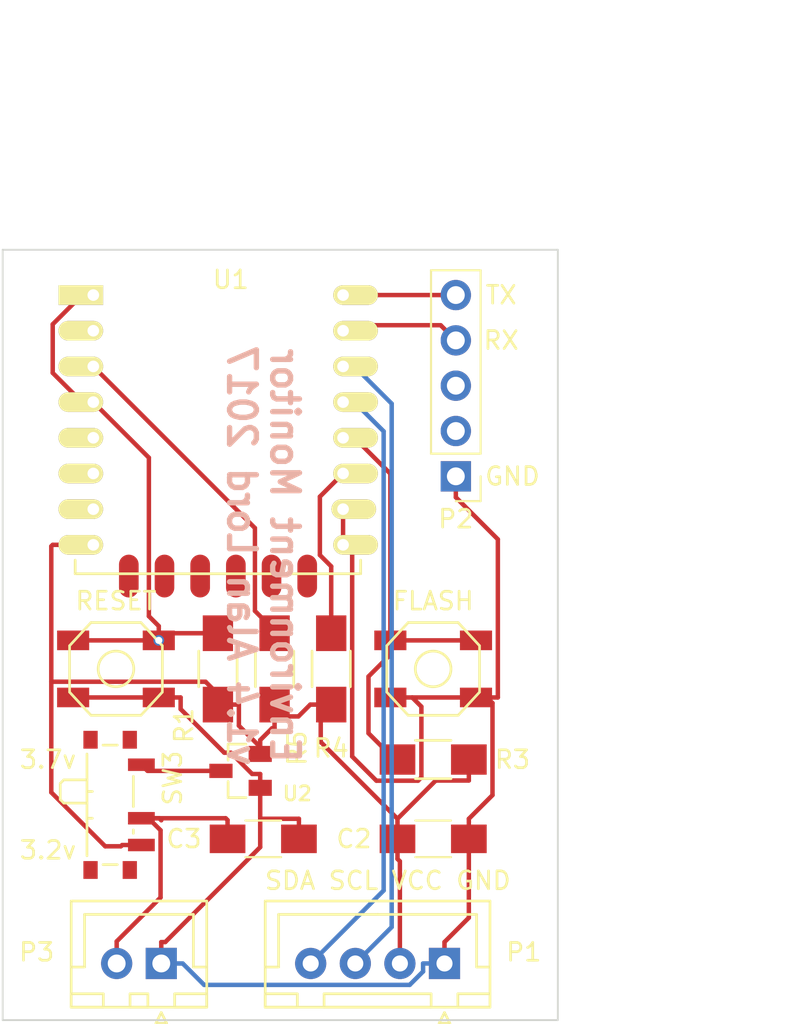
<source format=kicad_pcb>
(kicad_pcb (version 20171130) (host pcbnew "(5.1.12)-1")

  (general
    (thickness 1.6)
    (drawings 13)
    (tracks 133)
    (zones 0)
    (modules 14)
    (nets 13)
  )

  (page A4)
  (title_block
    (title "Environment Monitor")
    (date 2017-02-20)
    (rev V1.4)
    (company "Solderpad Hardware License version 0.51")
    (comment 1 "Contact: alanslists@gmail.com")
    (comment 2 "Author: Alan Lord")
  )

  (layers
    (0 F.Cu signal)
    (31 B.Cu signal)
    (32 B.Adhes user)
    (33 F.Adhes user)
    (34 B.Paste user)
    (35 F.Paste user)
    (36 B.SilkS user)
    (37 F.SilkS user)
    (38 B.Mask user)
    (39 F.Mask user)
    (40 Dwgs.User user)
    (41 Cmts.User user)
    (42 Eco1.User user)
    (43 Eco2.User user)
    (44 Edge.Cuts user)
    (45 Margin user)
    (46 B.CrtYd user)
    (47 F.CrtYd user)
    (48 B.Fab user)
    (49 F.Fab user)
  )

  (setup
    (last_trace_width 0.25)
    (trace_clearance 0.2)
    (zone_clearance 0.508)
    (zone_45_only yes)
    (trace_min 0.2)
    (via_size 0.6)
    (via_drill 0.4)
    (via_min_size 0.4)
    (via_min_drill 0.3)
    (uvia_size 0.3)
    (uvia_drill 0.1)
    (uvias_allowed no)
    (uvia_min_size 0.2)
    (uvia_min_drill 0.1)
    (edge_width 0.1)
    (segment_width 0.2)
    (pcb_text_width 0.3)
    (pcb_text_size 1.5 1.5)
    (mod_edge_width 0.15)
    (mod_text_size 1 1)
    (mod_text_width 0.15)
    (pad_size 1.5 1.5)
    (pad_drill 0.6)
    (pad_to_mask_clearance 0)
    (aux_axis_origin 0 0)
    (visible_elements 7FFFFFFF)
    (pcbplotparams
      (layerselection 0x00030_80000001)
      (usegerberextensions false)
      (usegerberattributes true)
      (usegerberadvancedattributes true)
      (creategerberjobfile true)
      (excludeedgelayer true)
      (linewidth 0.100000)
      (plotframeref false)
      (viasonmask false)
      (mode 1)
      (useauxorigin false)
      (hpglpennumber 1)
      (hpglpenspeed 20)
      (hpglpendiameter 15.000000)
      (psnegative false)
      (psa4output false)
      (plotreference true)
      (plotvalue true)
      (plotinvisibletext false)
      (padsonsilk false)
      (subtractmaskfromsilk false)
      (outputformat 1)
      (mirror false)
      (drillshape 1)
      (scaleselection 1)
      (outputdirectory ""))
  )

  (net 0 "")
  (net 1 GND)
  (net 2 VCC)
  (net 3 "Net-(C3-Pad1)")
  (net 4 /SCL)
  (net 5 /SDA)
  (net 6 /RXD)
  (net 7 /TXD)
  (net 8 "Net-(R1-Pad2)")
  (net 9 /FLASH)
  (net 10 "Net-(R4-Pad2)")
  (net 11 /CH_EN)
  (net 12 "Net-(SW3-Pad1)")

  (net_class Default "This is the default net class."
    (clearance 0.2)
    (trace_width 0.25)
    (via_dia 0.6)
    (via_drill 0.4)
    (uvia_dia 0.3)
    (uvia_drill 0.1)
    (add_net /CH_EN)
    (add_net /FLASH)
    (add_net /RXD)
    (add_net /SCL)
    (add_net /SDA)
    (add_net /TXD)
    (add_net GND)
    (add_net "Net-(C3-Pad1)")
    (add_net "Net-(R1-Pad2)")
    (add_net "Net-(R4-Pad2)")
    (add_net "Net-(SW3-Pad1)")
    (add_net VCC)
  )

  (module ESP8266:ESP-12E (layer F.Cu) (tedit 559F8D21) (tstamp 58838675)
    (at 123.19 76.2)
    (descr "Module, ESP-8266, ESP-12, 16 pad, SMD")
    (tags "Module ESP-8266 ESP8266")
    (path /5846AA2E)
    (fp_text reference U1 (at 7.7089 -0.8636) (layer F.SilkS)
      (effects (font (size 1 1) (thickness 0.15)))
    )
    (fp_text value ESP-12F (at 8 1) (layer F.Fab)
      (effects (font (size 1 1) (thickness 0.15)))
    )
    (fp_line (start -1.008 -8.4) (end 14.992 -8.4) (layer F.Fab) (width 0.05))
    (fp_line (start -1.008 15.6) (end -1.008 -8.4) (layer F.Fab) (width 0.05))
    (fp_line (start 14.992 15.6) (end -1.008 15.6) (layer F.Fab) (width 0.05))
    (fp_line (start 15 -8.4) (end 15 15.6) (layer F.Fab) (width 0.05))
    (fp_line (start -1.008 -2.6) (end 14.992 -2.6) (layer F.CrtYd) (width 0.1524))
    (fp_line (start -1.008 -8.4) (end 14.992 -2.6) (layer F.CrtYd) (width 0.1524))
    (fp_line (start 14.992 -8.4) (end -1.008 -2.6) (layer F.CrtYd) (width 0.1524))
    (fp_line (start 14.986 15.621) (end 14.986 14.859) (layer F.SilkS) (width 0.1524))
    (fp_line (start -1.016 15.621) (end 14.986 15.621) (layer F.SilkS) (width 0.1524))
    (fp_line (start -1.016 14.859) (end -1.016 15.621) (layer F.SilkS) (width 0.1524))
    (fp_line (start -1.016 -8.382) (end -1.016 -1.016) (layer F.CrtYd) (width 0.1524))
    (fp_line (start 14.986 -8.382) (end 14.986 -0.889) (layer F.CrtYd) (width 0.1524))
    (fp_line (start -1.016 -8.382) (end 14.986 -8.382) (layer F.CrtYd) (width 0.1524))
    (fp_line (start -2.25 16) (end -2.25 -0.5) (layer F.CrtYd) (width 0.05))
    (fp_line (start 16.25 16) (end -2.25 16) (layer F.CrtYd) (width 0.05))
    (fp_line (start 16.25 -8.75) (end 16.25 16) (layer F.CrtYd) (width 0.05))
    (fp_line (start 15.25 -8.75) (end 16.25 -8.75) (layer F.CrtYd) (width 0.05))
    (fp_line (start -2.25 -8.75) (end 15.25 -8.75) (layer F.CrtYd) (width 0.05))
    (fp_line (start -2.25 -0.5) (end -2.25 -8.75) (layer F.CrtYd) (width 0.05))
    (fp_text user "No Copper" (at 6.892 -5.4) (layer F.CrtYd)
      (effects (font (size 1 1) (thickness 0.15)))
    )
    (pad 1 thru_hole rect (at 0 0) (size 2.5 1.1) (drill 0.65 (offset -0.7 0)) (layers *.Cu *.Mask F.SilkS)
      (net 8 "Net-(R1-Pad2)"))
    (pad 2 thru_hole oval (at 0 2) (size 2.5 1.1) (drill 0.65 (offset -0.7 0)) (layers *.Cu *.Mask F.SilkS))
    (pad 3 thru_hole oval (at 0 4) (size 2.5 1.1) (drill 0.65 (offset -0.7 0)) (layers *.Cu *.Mask F.SilkS)
      (net 11 /CH_EN))
    (pad 4 thru_hole oval (at 0 6) (size 2.5 1.1) (drill 0.65 (offset -0.7 0)) (layers *.Cu *.Mask F.SilkS)
      (net 8 "Net-(R1-Pad2)"))
    (pad 5 thru_hole oval (at 0 8) (size 2.5 1.1) (drill 0.65 (offset -0.7 0)) (layers *.Cu *.Mask F.SilkS))
    (pad 6 thru_hole oval (at 0 10) (size 2.5 1.1) (drill 0.65 (offset -0.7 0)) (layers *.Cu *.Mask F.SilkS))
    (pad 7 thru_hole oval (at 0 12) (size 2.5 1.1) (drill 0.65 (offset -0.7 0)) (layers *.Cu *.Mask F.SilkS))
    (pad 8 thru_hole oval (at 0 14) (size 2.5 1.1) (drill 0.65 (offset -0.7 0)) (layers *.Cu *.Mask F.SilkS)
      (net 2 VCC))
    (pad 9 smd oval (at 1.99 15.75 90) (size 2.4 1.1) (layers F.Cu F.Paste F.Mask))
    (pad 10 smd oval (at 3.99 15.75 90) (size 2.4 1.1) (layers F.Cu F.Paste F.Mask))
    (pad 11 smd oval (at 5.99 15.75 90) (size 2.4 1.1) (layers F.Cu F.Paste F.Mask))
    (pad 12 smd oval (at 7.99 15.75 90) (size 2.4 1.1) (layers F.Cu F.Paste F.Mask))
    (pad 13 smd oval (at 9.99 15.75 90) (size 2.4 1.1) (layers F.Cu F.Paste F.Mask))
    (pad 14 smd oval (at 11.99 15.75 90) (size 2.4 1.1) (layers F.Cu F.Paste F.Mask))
    (pad 15 thru_hole oval (at 14 14) (size 2.5 1.1) (drill 0.65 (offset 0.7 0)) (layers *.Cu *.Mask F.SilkS)
      (net 1 GND))
    (pad 16 thru_hole oval (at 14 12) (size 2.5 1.1) (drill 0.65 (offset 0.6 0)) (layers *.Cu *.Mask F.SilkS)
      (net 1 GND))
    (pad 17 thru_hole oval (at 14 10) (size 2.5 1.1) (drill 0.65 (offset 0.7 0)) (layers *.Cu *.Mask F.SilkS)
      (net 10 "Net-(R4-Pad2)"))
    (pad 18 thru_hole oval (at 14 8) (size 2.5 1.1) (drill 0.65 (offset 0.7 0)) (layers *.Cu *.Mask F.SilkS)
      (net 9 /FLASH))
    (pad 19 thru_hole oval (at 14 6) (size 2.5 1.1) (drill 0.65 (offset 0.7 0)) (layers *.Cu *.Mask F.SilkS)
      (net 5 /SDA))
    (pad 20 thru_hole oval (at 14 4) (size 2.5 1.1) (drill 0.65 (offset 0.7 0)) (layers *.Cu *.Mask F.SilkS)
      (net 4 /SCL))
    (pad 21 thru_hole oval (at 14 2) (size 2.5 1.1) (drill 0.65 (offset 0.7 0)) (layers *.Cu *.Mask F.SilkS)
      (net 6 /RXD))
    (pad 22 thru_hole oval (at 14 0) (size 2.5 1.1) (drill 0.65 (offset 0.7 0)) (layers *.Cu *.Mask F.SilkS)
      (net 7 /TXD))
    (model ${ESPLIB}/ESP8266.3dshapes/ESP-12.wrl
      (offset (xyz 1.015999984741211 0 0))
      (scale (xyz 0.3937 0.3937 0.3937))
      (rotate (xyz 0 0 0))
    )
  )

  (module Capacitors_SMD:C_1206_HandSoldering (layer F.Cu) (tedit 58A9A9ED) (tstamp 58838615)
    (at 142.24 106.68)
    (descr "Capacitor SMD 1206, hand soldering")
    (tags "capacitor 1206")
    (path /5846BBC9)
    (attr smd)
    (fp_text reference C2 (at -4.445 0) (layer F.SilkS)
      (effects (font (size 1 1) (thickness 0.15)))
    )
    (fp_text value 10uF (at 0 2.3) (layer F.Fab) hide
      (effects (font (size 1 1) (thickness 0.15)))
    )
    (fp_line (start -1 1.025) (end 1 1.025) (layer F.SilkS) (width 0.12))
    (fp_line (start 1 -1.025) (end -1 -1.025) (layer F.SilkS) (width 0.12))
    (fp_line (start 3.3 -1.15) (end 3.3 1.15) (layer F.CrtYd) (width 0.05))
    (fp_line (start -3.3 -1.15) (end -3.3 1.15) (layer F.CrtYd) (width 0.05))
    (fp_line (start -3.3 1.15) (end 3.3 1.15) (layer F.CrtYd) (width 0.05))
    (fp_line (start -3.3 -1.15) (end 3.3 -1.15) (layer F.CrtYd) (width 0.05))
    (fp_line (start -1.6 -0.8) (end 1.6 -0.8) (layer F.Fab) (width 0.1))
    (fp_line (start 1.6 -0.8) (end 1.6 0.8) (layer F.Fab) (width 0.1))
    (fp_line (start 1.6 0.8) (end -1.6 0.8) (layer F.Fab) (width 0.1))
    (fp_line (start -1.6 0.8) (end -1.6 -0.8) (layer F.Fab) (width 0.1))
    (pad 1 smd rect (at -2 0) (size 2 1.6) (layers F.Cu F.Paste F.Mask)
      (net 2 VCC))
    (pad 2 smd rect (at 2 0) (size 2 1.6) (layers F.Cu F.Paste F.Mask)
      (net 1 GND))
    (model Capacitors_SMD.3dshapes/C_1206_HandSoldering.wrl
      (at (xyz 0 0 0))
      (scale (xyz 1 1 1))
      (rotate (xyz 0 0 0))
    )
  )

  (module Capacitors_SMD:C_1206_HandSoldering (layer F.Cu) (tedit 58A9A9E5) (tstamp 5883861B)
    (at 132.715 106.68)
    (descr "Capacitor SMD 1206, hand soldering")
    (tags "capacitor 1206")
    (path /5883AF7C)
    (attr smd)
    (fp_text reference C3 (at -4.445 0) (layer F.SilkS)
      (effects (font (size 1 1) (thickness 0.15)))
    )
    (fp_text value 1uF (at 0 2.3) (layer F.Fab) hide
      (effects (font (size 1 1) (thickness 0.15)))
    )
    (fp_line (start -1 1.025) (end 1 1.025) (layer F.SilkS) (width 0.12))
    (fp_line (start 1 -1.025) (end -1 -1.025) (layer F.SilkS) (width 0.12))
    (fp_line (start 3.3 -1.15) (end 3.3 1.15) (layer F.CrtYd) (width 0.05))
    (fp_line (start -3.3 -1.15) (end -3.3 1.15) (layer F.CrtYd) (width 0.05))
    (fp_line (start -3.3 1.15) (end 3.3 1.15) (layer F.CrtYd) (width 0.05))
    (fp_line (start -3.3 -1.15) (end 3.3 -1.15) (layer F.CrtYd) (width 0.05))
    (fp_line (start -1.6 -0.8) (end 1.6 -0.8) (layer F.Fab) (width 0.1))
    (fp_line (start 1.6 -0.8) (end 1.6 0.8) (layer F.Fab) (width 0.1))
    (fp_line (start 1.6 0.8) (end -1.6 0.8) (layer F.Fab) (width 0.1))
    (fp_line (start -1.6 0.8) (end -1.6 -0.8) (layer F.Fab) (width 0.1))
    (pad 1 smd rect (at -2 0) (size 2 1.6) (layers F.Cu F.Paste F.Mask)
      (net 3 "Net-(C3-Pad1)"))
    (pad 2 smd rect (at 2 0) (size 2 1.6) (layers F.Cu F.Paste F.Mask)
      (net 1 GND))
    (model Capacitors_SMD.3dshapes/C_1206_HandSoldering.wrl
      (at (xyz 0 0 0))
      (scale (xyz 1 1 1))
      (rotate (xyz 0 0 0))
    )
  )

  (module Connectors_JST:JST_XH_B04B-XH-A_04x2.50mm_Straight (layer F.Cu) (tedit 58A9FFBD) (tstamp 58838623)
    (at 142.875 113.665 180)
    (descr "JST XH series connector, B04B-XH-A, top entry type, through hole")
    (tags "connector jst xh tht top vertical 2.50mm")
    (path /5847C360)
    (fp_text reference P1 (at -4.445 0.635 180) (layer F.SilkS)
      (effects (font (size 1 1) (thickness 0.15)))
    )
    (fp_text value BME280 (at 3.75 4.5 180) (layer F.Fab) hide
      (effects (font (size 1 1) (thickness 0.15)))
    )
    (fp_line (start 0.3 -3.35) (end 0 -2.75) (layer F.SilkS) (width 0.15))
    (fp_line (start -0.3 -3.35) (end 0.3 -3.35) (layer F.SilkS) (width 0.15))
    (fp_line (start 0 -2.75) (end -0.3 -3.35) (layer F.SilkS) (width 0.15))
    (fp_line (start 9.3 2.75) (end 3.75 2.75) (layer F.SilkS) (width 0.15))
    (fp_line (start 9.3 -0.2) (end 9.3 2.75) (layer F.SilkS) (width 0.15))
    (fp_line (start 10.05 -0.2) (end 9.3 -0.2) (layer F.SilkS) (width 0.15))
    (fp_line (start -1.8 2.75) (end 3.75 2.75) (layer F.SilkS) (width 0.15))
    (fp_line (start -1.8 -0.2) (end -1.8 2.75) (layer F.SilkS) (width 0.15))
    (fp_line (start -2.55 -0.2) (end -1.8 -0.2) (layer F.SilkS) (width 0.15))
    (fp_line (start 10.05 -2.45) (end 8.25 -2.45) (layer F.SilkS) (width 0.15))
    (fp_line (start 10.05 -1.7) (end 10.05 -2.45) (layer F.SilkS) (width 0.15))
    (fp_line (start 8.25 -1.7) (end 10.05 -1.7) (layer F.SilkS) (width 0.15))
    (fp_line (start 8.25 -2.45) (end 8.25 -1.7) (layer F.SilkS) (width 0.15))
    (fp_line (start -0.75 -2.45) (end -2.55 -2.45) (layer F.SilkS) (width 0.15))
    (fp_line (start -0.75 -1.7) (end -0.75 -2.45) (layer F.SilkS) (width 0.15))
    (fp_line (start -2.55 -1.7) (end -0.75 -1.7) (layer F.SilkS) (width 0.15))
    (fp_line (start -2.55 -2.45) (end -2.55 -1.7) (layer F.SilkS) (width 0.15))
    (fp_line (start 6.75 -2.45) (end 0.75 -2.45) (layer F.SilkS) (width 0.15))
    (fp_line (start 6.75 -1.7) (end 6.75 -2.45) (layer F.SilkS) (width 0.15))
    (fp_line (start 0.75 -1.7) (end 6.75 -1.7) (layer F.SilkS) (width 0.15))
    (fp_line (start 0.75 -2.45) (end 0.75 -1.7) (layer F.SilkS) (width 0.15))
    (fp_line (start 10.05 -2.45) (end -2.55 -2.45) (layer F.SilkS) (width 0.15))
    (fp_line (start 10.05 3.5) (end 10.05 -2.45) (layer F.SilkS) (width 0.15))
    (fp_line (start -2.55 3.5) (end 10.05 3.5) (layer F.SilkS) (width 0.15))
    (fp_line (start -2.55 -2.45) (end -2.55 3.5) (layer F.SilkS) (width 0.15))
    (fp_line (start 10.4 -2.85) (end -2.95 -2.85) (layer F.CrtYd) (width 0.05))
    (fp_line (start 10.4 3.9) (end 10.4 -2.85) (layer F.CrtYd) (width 0.05))
    (fp_line (start -2.95 3.9) (end 10.4 3.9) (layer F.CrtYd) (width 0.05))
    (fp_line (start -2.95 -2.85) (end -2.95 3.9) (layer F.CrtYd) (width 0.05))
    (pad 1 thru_hole rect (at 0 0 180) (size 1.75 1.75) (drill 0.9) (layers *.Cu *.Mask)
      (net 1 GND))
    (pad 2 thru_hole circle (at 2.5 0 180) (size 1.75 1.75) (drill 0.9) (layers *.Cu *.Mask)
      (net 2 VCC))
    (pad 3 thru_hole circle (at 5 0 180) (size 1.75 1.75) (drill 0.9) (layers *.Cu *.Mask)
      (net 4 /SCL))
    (pad 4 thru_hole circle (at 7.5 0 180) (size 1.75 1.75) (drill 0.9) (layers *.Cu *.Mask)
      (net 5 /SDA))
    (model Connectors_JST.3dshapes/JST_XH_B04B-XH-A_04x2.50mm_Straight.wrl
      (at (xyz 0 0 0))
      (scale (xyz 1 1 1))
      (rotate (xyz 0 0 0))
    )
  )

  (module Connectors_JST:JST_XH_B02B-XH-A_02x2.50mm_Straight (layer F.Cu) (tedit 58A9FFB8) (tstamp 58838633)
    (at 127 113.665 180)
    (descr "JST XH series connector, B02B-XH-A, top entry type, through hole")
    (tags "connector jst xh tht top vertical 2.50mm")
    (path /58475CBA)
    (fp_text reference P3 (at 6.985 0.635 180) (layer F.SilkS)
      (effects (font (size 1 1) (thickness 0.15)))
    )
    (fp_text value PWR (at 1.25 4.5 180) (layer F.Fab) hide
      (effects (font (size 1 1) (thickness 0.15)))
    )
    (fp_line (start 0.3 -3.35) (end 0 -2.75) (layer F.SilkS) (width 0.15))
    (fp_line (start -0.3 -3.35) (end 0.3 -3.35) (layer F.SilkS) (width 0.15))
    (fp_line (start 0 -2.75) (end -0.3 -3.35) (layer F.SilkS) (width 0.15))
    (fp_line (start 4.3 2.75) (end 1.25 2.75) (layer F.SilkS) (width 0.15))
    (fp_line (start 4.3 -0.2) (end 4.3 2.75) (layer F.SilkS) (width 0.15))
    (fp_line (start 5.05 -0.2) (end 4.3 -0.2) (layer F.SilkS) (width 0.15))
    (fp_line (start -1.8 2.75) (end 1.25 2.75) (layer F.SilkS) (width 0.15))
    (fp_line (start -1.8 -0.2) (end -1.8 2.75) (layer F.SilkS) (width 0.15))
    (fp_line (start -2.55 -0.2) (end -1.8 -0.2) (layer F.SilkS) (width 0.15))
    (fp_line (start 5.05 -2.45) (end 3.25 -2.45) (layer F.SilkS) (width 0.15))
    (fp_line (start 5.05 -1.7) (end 5.05 -2.45) (layer F.SilkS) (width 0.15))
    (fp_line (start 3.25 -1.7) (end 5.05 -1.7) (layer F.SilkS) (width 0.15))
    (fp_line (start 3.25 -2.45) (end 3.25 -1.7) (layer F.SilkS) (width 0.15))
    (fp_line (start -0.75 -2.45) (end -2.55 -2.45) (layer F.SilkS) (width 0.15))
    (fp_line (start -0.75 -1.7) (end -0.75 -2.45) (layer F.SilkS) (width 0.15))
    (fp_line (start -2.55 -1.7) (end -0.75 -1.7) (layer F.SilkS) (width 0.15))
    (fp_line (start -2.55 -2.45) (end -2.55 -1.7) (layer F.SilkS) (width 0.15))
    (fp_line (start 1.75 -2.45) (end 0.75 -2.45) (layer F.SilkS) (width 0.15))
    (fp_line (start 1.75 -1.7) (end 1.75 -2.45) (layer F.SilkS) (width 0.15))
    (fp_line (start 0.75 -1.7) (end 1.75 -1.7) (layer F.SilkS) (width 0.15))
    (fp_line (start 0.75 -2.45) (end 0.75 -1.7) (layer F.SilkS) (width 0.15))
    (fp_line (start 5.05 -2.45) (end -2.55 -2.45) (layer F.SilkS) (width 0.15))
    (fp_line (start 5.05 3.5) (end 5.05 -2.45) (layer F.SilkS) (width 0.15))
    (fp_line (start -2.55 3.5) (end 5.05 3.5) (layer F.SilkS) (width 0.15))
    (fp_line (start -2.55 -2.45) (end -2.55 3.5) (layer F.SilkS) (width 0.15))
    (fp_line (start 5.45 -2.85) (end -2.95 -2.85) (layer F.CrtYd) (width 0.05))
    (fp_line (start 5.45 3.9) (end 5.45 -2.85) (layer F.CrtYd) (width 0.05))
    (fp_line (start -2.95 3.9) (end 5.45 3.9) (layer F.CrtYd) (width 0.05))
    (fp_line (start -2.95 -2.85) (end -2.95 3.9) (layer F.CrtYd) (width 0.05))
    (pad 1 thru_hole rect (at 0 0 180) (size 1.75 1.75) (drill 1) (layers *.Cu *.Mask)
      (net 1 GND))
    (pad 2 thru_hole circle (at 2.5 0 180) (size 1.75 1.75) (drill 1) (layers *.Cu *.Mask)
      (net 3 "Net-(C3-Pad1)"))
    (model Connectors_JST.3dshapes/JST_XH_B02B-XH-A_02x2.50mm_Straight.wrl
      (at (xyz 0 0 0))
      (scale (xyz 1 1 1))
      (rotate (xyz 0 0 0))
    )
  )

  (module Resistors_SMD:R_1206_HandSoldering (layer F.Cu) (tedit 58AB325A) (tstamp 58838639)
    (at 130.175 97.155 90)
    (descr "Resistor SMD 1206, hand soldering")
    (tags "resistor 1206")
    (path /5846BA46)
    (attr smd)
    (fp_text reference R1 (at -3.175 -1.905 90) (layer F.SilkS)
      (effects (font (size 1 1) (thickness 0.15)))
    )
    (fp_text value 4.7k (at 0 2.3 90) (layer F.Fab) hide
      (effects (font (size 1 1) (thickness 0.15)))
    )
    (fp_line (start -1 -1.075) (end 1 -1.075) (layer F.SilkS) (width 0.15))
    (fp_line (start 1 1.075) (end -1 1.075) (layer F.SilkS) (width 0.15))
    (fp_line (start 3.3 -1.2) (end 3.3 1.2) (layer F.CrtYd) (width 0.05))
    (fp_line (start -3.3 -1.2) (end -3.3 1.2) (layer F.CrtYd) (width 0.05))
    (fp_line (start -3.3 1.2) (end 3.3 1.2) (layer F.CrtYd) (width 0.05))
    (fp_line (start -3.3 -1.2) (end 3.3 -1.2) (layer F.CrtYd) (width 0.05))
    (fp_line (start -1.6 -0.8) (end 1.6 -0.8) (layer F.Fab) (width 0.1))
    (fp_line (start 1.6 -0.8) (end 1.6 0.8) (layer F.Fab) (width 0.1))
    (fp_line (start 1.6 0.8) (end -1.6 0.8) (layer F.Fab) (width 0.1))
    (fp_line (start -1.6 0.8) (end -1.6 -0.8) (layer F.Fab) (width 0.1))
    (pad 1 smd rect (at -2 0 90) (size 2 1.7) (layers F.Cu F.Paste F.Mask)
      (net 2 VCC))
    (pad 2 smd rect (at 2 0 90) (size 2 1.7) (layers F.Cu F.Paste F.Mask)
      (net 8 "Net-(R1-Pad2)"))
    (model Resistors_SMD.3dshapes/R_1206_HandSoldering.wrl
      (at (xyz 0 0 0))
      (scale (xyz 1 1 1))
      (rotate (xyz 0 0 0))
    )
  )

  (module Resistors_SMD:R_1206_HandSoldering (layer F.Cu) (tedit 58AB3224) (tstamp 58838645)
    (at 142.24 102.235 180)
    (descr "Resistor SMD 1206, hand soldering")
    (tags "resistor 1206")
    (path /5846BADA)
    (attr smd)
    (fp_text reference R3 (at -4.445 0) (layer F.SilkS)
      (effects (font (size 1 1) (thickness 0.15)))
    )
    (fp_text value 4.7k (at 0 2.3 180) (layer F.Fab) hide
      (effects (font (size 1 1) (thickness 0.15)))
    )
    (fp_line (start -1 -1.075) (end 1 -1.075) (layer F.SilkS) (width 0.15))
    (fp_line (start 1 1.075) (end -1 1.075) (layer F.SilkS) (width 0.15))
    (fp_line (start 3.3 -1.2) (end 3.3 1.2) (layer F.CrtYd) (width 0.05))
    (fp_line (start -3.3 -1.2) (end -3.3 1.2) (layer F.CrtYd) (width 0.05))
    (fp_line (start -3.3 1.2) (end 3.3 1.2) (layer F.CrtYd) (width 0.05))
    (fp_line (start -3.3 -1.2) (end 3.3 -1.2) (layer F.CrtYd) (width 0.05))
    (fp_line (start -1.6 -0.8) (end 1.6 -0.8) (layer F.Fab) (width 0.1))
    (fp_line (start 1.6 -0.8) (end 1.6 0.8) (layer F.Fab) (width 0.1))
    (fp_line (start 1.6 0.8) (end -1.6 0.8) (layer F.Fab) (width 0.1))
    (fp_line (start -1.6 0.8) (end -1.6 -0.8) (layer F.Fab) (width 0.1))
    (pad 1 smd rect (at -2 0 180) (size 2 1.7) (layers F.Cu F.Paste F.Mask)
      (net 2 VCC))
    (pad 2 smd rect (at 2 0 180) (size 2 1.7) (layers F.Cu F.Paste F.Mask)
      (net 9 /FLASH))
    (model Resistors_SMD.3dshapes/R_1206_HandSoldering.wrl
      (at (xyz 0 0 0))
      (scale (xyz 1 1 1))
      (rotate (xyz 0 0 0))
    )
  )

  (module Resistors_SMD:R_1206_HandSoldering (layer F.Cu) (tedit 58AB3228) (tstamp 5883864B)
    (at 136.525 97.155 90)
    (descr "Resistor SMD 1206, hand soldering")
    (tags "resistor 1206")
    (path /587D4AC7)
    (attr smd)
    (fp_text reference R4 (at -4.445 0 180) (layer F.SilkS)
      (effects (font (size 1 1) (thickness 0.15)))
    )
    (fp_text value 4.7k (at 0 2.3 90) (layer F.Fab) hide
      (effects (font (size 1 1) (thickness 0.15)))
    )
    (fp_line (start -1 -1.075) (end 1 -1.075) (layer F.SilkS) (width 0.15))
    (fp_line (start 1 1.075) (end -1 1.075) (layer F.SilkS) (width 0.15))
    (fp_line (start 3.3 -1.2) (end 3.3 1.2) (layer F.CrtYd) (width 0.05))
    (fp_line (start -3.3 -1.2) (end -3.3 1.2) (layer F.CrtYd) (width 0.05))
    (fp_line (start -3.3 1.2) (end 3.3 1.2) (layer F.CrtYd) (width 0.05))
    (fp_line (start -3.3 -1.2) (end 3.3 -1.2) (layer F.CrtYd) (width 0.05))
    (fp_line (start -1.6 -0.8) (end 1.6 -0.8) (layer F.Fab) (width 0.1))
    (fp_line (start 1.6 -0.8) (end 1.6 0.8) (layer F.Fab) (width 0.1))
    (fp_line (start 1.6 0.8) (end -1.6 0.8) (layer F.Fab) (width 0.1))
    (fp_line (start -1.6 0.8) (end -1.6 -0.8) (layer F.Fab) (width 0.1))
    (pad 1 smd rect (at -2 0 90) (size 2 1.7) (layers F.Cu F.Paste F.Mask)
      (net 2 VCC))
    (pad 2 smd rect (at 2 0 90) (size 2 1.7) (layers F.Cu F.Paste F.Mask)
      (net 10 "Net-(R4-Pad2)"))
    (model Resistors_SMD.3dshapes/R_1206_HandSoldering.wrl
      (at (xyz 0 0 0))
      (scale (xyz 1 1 1))
      (rotate (xyz 0 0 0))
    )
  )

  (module switches:SKQGAFE010_Switch (layer F.Cu) (tedit 58AB2C21) (tstamp 58838653)
    (at 124.46 97.155 180)
    (descr "SKQGAFE010 SMD Mount Tactile Switch")
    (path /584BD18E)
    (attr smd)
    (fp_text reference SW1 (at 0 3.81 180) (layer F.SilkS) hide
      (effects (font (size 1 1) (thickness 0.15)))
    )
    (fp_text value RESET (at 0 3.81 180) (layer F.SilkS)
      (effects (font (size 1 1) (thickness 0.15)))
    )
    (fp_circle (center 0 0) (end 1 0) (layer F.SilkS) (width 0.15))
    (fp_line (start 1.4 2.6) (end -1.4 2.6) (layer F.SilkS) (width 0.15))
    (fp_line (start 1.4 -2.6) (end -1.4 -2.6) (layer F.SilkS) (width 0.15))
    (fp_line (start 2.6 1.3) (end 2.6 -1.3) (layer F.SilkS) (width 0.15))
    (fp_line (start -2.6 1.3) (end -2.6 -1.3) (layer F.SilkS) (width 0.15))
    (fp_line (start -1.4 -2.6) (end -2.6 -1.3) (layer F.SilkS) (width 0.15))
    (fp_line (start 2.6 1.3) (end 1.4 2.6) (layer F.SilkS) (width 0.15))
    (fp_line (start 1.4 -2.6) (end 2.6 -1.3) (layer F.SilkS) (width 0.15))
    (fp_line (start -2.6 1.3) (end -1.4 2.6) (layer F.SilkS) (width 0.15))
    (pad 3 smd rect (at -2.4 1.6 180) (size 1.8 1.1) (layers F.Cu F.Paste F.Mask)
      (net 8 "Net-(R1-Pad2)"))
    (pad 1 smd rect (at -2.4 -1.6 180) (size 1.8 1.1) (layers F.Cu F.Paste F.Mask)
      (net 1 GND))
    (pad 2 smd rect (at 2.4 -1.6 180) (size 1.8 1.1) (layers F.Cu F.Paste F.Mask)
      (net 1 GND))
    (pad 4 smd rect (at 2.4 1.6 180) (size 1.8 1.1) (layers F.Cu F.Paste F.Mask)
      (net 8 "Net-(R1-Pad2)"))
  )

  (module switches:SKQGAFE010_Switch (layer F.Cu) (tedit 58AB2AA5) (tstamp 5883865B)
    (at 142.24 97.155)
    (descr "SKQGAFE010 SMD Mount Tactile Switch")
    (path /584BE1E9)
    (attr smd)
    (fp_text reference SW2 (at 0 3.81) (layer F.SilkS) hide
      (effects (font (size 1 1) (thickness 0.15)))
    )
    (fp_text value FLASH (at 0 -3.81) (layer F.SilkS)
      (effects (font (size 1 1) (thickness 0.15)))
    )
    (fp_circle (center 0 0) (end 1 0) (layer F.SilkS) (width 0.15))
    (fp_line (start 1.4 2.6) (end -1.4 2.6) (layer F.SilkS) (width 0.15))
    (fp_line (start 1.4 -2.6) (end -1.4 -2.6) (layer F.SilkS) (width 0.15))
    (fp_line (start 2.6 1.3) (end 2.6 -1.3) (layer F.SilkS) (width 0.15))
    (fp_line (start -2.6 1.3) (end -2.6 -1.3) (layer F.SilkS) (width 0.15))
    (fp_line (start -1.4 -2.6) (end -2.6 -1.3) (layer F.SilkS) (width 0.15))
    (fp_line (start 2.6 1.3) (end 1.4 2.6) (layer F.SilkS) (width 0.15))
    (fp_line (start 1.4 -2.6) (end 2.6 -1.3) (layer F.SilkS) (width 0.15))
    (fp_line (start -2.6 1.3) (end -1.4 2.6) (layer F.SilkS) (width 0.15))
    (pad 3 smd rect (at -2.4 1.6) (size 1.8 1.1) (layers F.Cu F.Paste F.Mask)
      (net 1 GND))
    (pad 1 smd rect (at -2.4 -1.6) (size 1.8 1.1) (layers F.Cu F.Paste F.Mask)
      (net 9 /FLASH))
    (pad 2 smd rect (at 2.4 -1.6) (size 1.8 1.1) (layers F.Cu F.Paste F.Mask)
      (net 9 /FLASH))
    (pad 4 smd rect (at 2.4 1.6) (size 1.8 1.1) (layers F.Cu F.Paste F.Mask)
      (net 1 GND))
  )

  (module smd-semi:SOT-23 (layer F.Cu) (tedit 58AB3251) (tstamp 5883867C)
    (at 131.445 102.87 180)
    (path /586AB742)
    (attr smd)
    (fp_text reference U2 (at -3.175 -1.27 180) (layer F.SilkS)
      (effects (font (size 0.8 0.8) (thickness 0.15)))
    )
    (fp_text value MCP1700T (at 0 0 180) (layer F.Fab) hide
      (effects (font (size 0.8 0.8) (thickness 0.15)))
    )
    (fp_line (start -0.7 1.5) (end -0.7 -1.5) (layer F.Fab) (width 0.15))
    (fp_line (start 0.7 1.5) (end -0.7 1.5) (layer F.Fab) (width 0.15))
    (fp_line (start 0.7 -1.5) (end 0.7 1.5) (layer F.Fab) (width 0.15))
    (fp_line (start -0.7 -1.5) (end 0.7 -1.5) (layer F.Fab) (width 0.15))
    (fp_line (start 0.7 -1.5) (end 0.7 -0.6) (layer F.SilkS) (width 0.15))
    (fp_line (start -0.3 -1.5) (end 0.7 -1.5) (layer F.SilkS) (width 0.15))
    (fp_line (start 0.7 1.5) (end -0.3 1.5) (layer F.SilkS) (width 0.15))
    (fp_line (start 0.7 0.6) (end 0.7 1.5) (layer F.SilkS) (width 0.15))
    (fp_line (start -2 1.75) (end -2 -1.75) (layer F.CrtYd) (width 0.15))
    (fp_line (start 2 1.75) (end -2 1.75) (layer F.CrtYd) (width 0.15))
    (fp_line (start 2 -1.75) (end 2 1.75) (layer F.CrtYd) (width 0.15))
    (fp_line (start -2 -1.75) (end 2 -1.75) (layer F.CrtYd) (width 0.15))
    (pad 1 smd rect (at -1.1 -0.95 180) (size 1.3 0.9) (layers F.Cu F.Paste F.Mask)
      (net 1 GND))
    (pad 2 smd rect (at -1.1 0.95 180) (size 1.3 0.9) (layers F.Cu F.Paste F.Mask)
      (net 2 VCC))
    (pad 3 smd rect (at 1.1 0 180) (size 1.3 0.8) (layers F.Cu F.Paste F.Mask)
      (net 12 "Net-(SW3-Pad1)"))
    (model smd_trans/sot23.wrl
      (at (xyz 0 0 0))
      (scale (xyz 1 1 1))
      (rotate (xyz 0 0 90))
    )
  )

  (module Resistors_SMD:R_1206_HandSoldering (layer F.Cu) (tedit 58AB324C) (tstamp 58A9A8F7)
    (at 133.35 97.155 90)
    (descr "Resistor SMD 1206, hand soldering")
    (tags "resistor 1206")
    (path /58A9C056)
    (attr smd)
    (fp_text reference R5 (at -4.445 1.27 90) (layer F.SilkS)
      (effects (font (size 1 1) (thickness 0.15)))
    )
    (fp_text value 4.7k (at 0 2.3 90) (layer F.Fab) hide
      (effects (font (size 1 1) (thickness 0.15)))
    )
    (fp_line (start -1 -1.075) (end 1 -1.075) (layer F.SilkS) (width 0.15))
    (fp_line (start 1 1.075) (end -1 1.075) (layer F.SilkS) (width 0.15))
    (fp_line (start 3.3 -1.2) (end 3.3 1.2) (layer F.CrtYd) (width 0.05))
    (fp_line (start -3.3 -1.2) (end -3.3 1.2) (layer F.CrtYd) (width 0.05))
    (fp_line (start -3.3 1.2) (end 3.3 1.2) (layer F.CrtYd) (width 0.05))
    (fp_line (start -3.3 -1.2) (end 3.3 -1.2) (layer F.CrtYd) (width 0.05))
    (fp_line (start -1.6 -0.8) (end 1.6 -0.8) (layer F.Fab) (width 0.1))
    (fp_line (start 1.6 -0.8) (end 1.6 0.8) (layer F.Fab) (width 0.1))
    (fp_line (start 1.6 0.8) (end -1.6 0.8) (layer F.Fab) (width 0.1))
    (fp_line (start -1.6 0.8) (end -1.6 -0.8) (layer F.Fab) (width 0.1))
    (pad 1 smd rect (at -2 0 90) (size 2 1.7) (layers F.Cu F.Paste F.Mask)
      (net 2 VCC))
    (pad 2 smd rect (at 2 0 90) (size 2 1.7) (layers F.Cu F.Paste F.Mask)
      (net 11 /CH_EN))
    (model Resistors_SMD.3dshapes/R_1206_HandSoldering.wrl
      (at (xyz 0 0 0))
      (scale (xyz 1 1 1))
      (rotate (xyz 0 0 0))
    )
  )

  (module switches:SW_SPDT_PCM12 (layer F.Cu) (tedit 58A9F962) (tstamp 58A9A904)
    (at 124.46 104.775 270)
    (descr "Ultraminiature Surface Mount Slide Switch")
    (path /58A9F6E0)
    (attr smd)
    (fp_text reference SW3 (at -1.5 -3.175 270) (layer F.SilkS)
      (effects (font (size 1 1) (thickness 0.15)))
    )
    (fp_text value Switch_SPDT_x2 (at 0 4.25 270) (layer F.Fab) hide
      (effects (font (size 1 1) (thickness 0.15)))
    )
    (fp_line (start 3.35 0.725) (end 3.35 -0.075) (layer F.SilkS) (width 0.15))
    (fp_line (start -3.35 -0.075) (end -3.35 0.725) (layer F.SilkS) (width 0.15))
    (fp_line (start -1.6 -0.975) (end 0.1 -0.975) (layer F.SilkS) (width 0.15))
    (fp_line (start -2.85 1.625) (end 2.85 1.625) (layer F.SilkS) (width 0.15))
    (fp_line (start -0.1 2.925) (end -0.1 1.625) (layer F.SilkS) (width 0.15))
    (fp_line (start -1.2 3.125) (end -0.3 3.125) (layer F.SilkS) (width 0.15))
    (fp_line (start -1.4 1.625) (end -1.4 2.925) (layer F.SilkS) (width 0.15))
    (fp_line (start -0.1 2.925) (end -0.3 3.125) (layer F.SilkS) (width 0.15))
    (fp_line (start -1.4 2.925) (end -1.2 3.125) (layer F.SilkS) (width 0.15))
    (fp_line (start -4.4 2.1) (end -4.4 -2.45) (layer F.CrtYd) (width 0.05))
    (fp_line (start -1.65 2.1) (end -4.4 2.1) (layer F.CrtYd) (width 0.05))
    (fp_line (start -1.65 3.4) (end -1.65 2.1) (layer F.CrtYd) (width 0.05))
    (fp_line (start 1.65 3.4) (end -1.65 3.4) (layer F.CrtYd) (width 0.05))
    (fp_line (start 1.65 2.1) (end 1.65 3.4) (layer F.CrtYd) (width 0.05))
    (fp_line (start 4.4 2.1) (end 1.65 2.1) (layer F.CrtYd) (width 0.05))
    (fp_line (start 4.4 -2.45) (end 4.4 2.1) (layer F.CrtYd) (width 0.05))
    (fp_line (start -4.4 -2.45) (end 4.4 -2.45) (layer F.CrtYd) (width 0.05))
    (fp_line (start 1.4 -0.975) (end 1.6 -0.975) (layer F.SilkS) (width 0.15))
    (fp_line (start -0.75 1.325) (end -0.75 1.625) (layer F.SilkS) (width 0.15))
    (fp_line (start 0.75 1.325) (end 0.75 1.625) (layer F.SilkS) (width 0.15))
    (pad "" np_thru_hole circle (at -1.5 0.325 270) (size 0.9 0.9) (drill 0.9) (layers *.Cu *.Mask))
    (pad "" np_thru_hole circle (at 1.5 0.325 270) (size 0.9 0.9) (drill 0.9) (layers *.Cu *.Mask))
    (pad 1 smd rect (at -2.25 -1.425 270) (size 0.7 1.5) (layers F.Cu F.Paste F.Mask)
      (net 12 "Net-(SW3-Pad1)"))
    (pad 2 smd rect (at 0.75 -1.425 270) (size 0.7 1.5) (layers F.Cu F.Paste F.Mask)
      (net 3 "Net-(C3-Pad1)"))
    (pad 3 smd rect (at 2.25 -1.425 270) (size 0.7 1.5) (layers F.Cu F.Paste F.Mask)
      (net 2 VCC))
    (pad "" smd rect (at -3.65 1.425 270) (size 1 0.8) (layers F.Cu F.Paste F.Mask))
    (pad "" smd rect (at 3.65 1.425 270) (size 1 0.8) (layers F.Cu F.Paste F.Mask))
    (pad "" smd rect (at 3.65 -0.775 270) (size 1 0.8) (layers F.Cu F.Paste F.Mask))
    (pad "" smd rect (at -3.65 -0.775 270) (size 1 0.8) (layers F.Cu F.Paste F.Mask))
  )

  (module Pin_Headers:Pin_Header_Straight_1x05_Pitch2.54mm (layer F.Cu) (tedit 58A9F7F5) (tstamp 58A9F81A)
    (at 143.51 86.36 180)
    (descr "Through hole straight pin header, 1x05, 2.54mm pitch, single row")
    (tags "Through hole pin header THT 1x05 2.54mm single row")
    (path /58AA061D)
    (fp_text reference P2 (at 0 -2.39 180) (layer F.SilkS)
      (effects (font (size 1 1) (thickness 0.15)))
    )
    (fp_text value SERIAL (at 0 12.55 180) (layer F.Fab) hide
      (effects (font (size 1 1) (thickness 0.15)))
    )
    (fp_line (start 1.6 -1.6) (end -1.6 -1.6) (layer F.CrtYd) (width 0.05))
    (fp_line (start 1.6 11.7) (end 1.6 -1.6) (layer F.CrtYd) (width 0.05))
    (fp_line (start -1.6 11.7) (end 1.6 11.7) (layer F.CrtYd) (width 0.05))
    (fp_line (start -1.6 -1.6) (end -1.6 11.7) (layer F.CrtYd) (width 0.05))
    (fp_line (start -1.39 -1.39) (end 0 -1.39) (layer F.SilkS) (width 0.12))
    (fp_line (start -1.39 0) (end -1.39 -1.39) (layer F.SilkS) (width 0.12))
    (fp_line (start 1.39 1.27) (end -1.39 1.27) (layer F.SilkS) (width 0.12))
    (fp_line (start 1.39 11.55) (end 1.39 1.27) (layer F.SilkS) (width 0.12))
    (fp_line (start -1.39 11.55) (end 1.39 11.55) (layer F.SilkS) (width 0.12))
    (fp_line (start -1.39 1.27) (end -1.39 11.55) (layer F.SilkS) (width 0.12))
    (fp_line (start 1.27 -1.27) (end -1.27 -1.27) (layer F.Fab) (width 0.1))
    (fp_line (start 1.27 11.43) (end 1.27 -1.27) (layer F.Fab) (width 0.1))
    (fp_line (start -1.27 11.43) (end 1.27 11.43) (layer F.Fab) (width 0.1))
    (fp_line (start -1.27 -1.27) (end -1.27 11.43) (layer F.Fab) (width 0.1))
    (pad 1 thru_hole rect (at 0 0 180) (size 1.7 1.7) (drill 1) (layers *.Cu *.Mask)
      (net 1 GND))
    (pad 2 thru_hole oval (at 0 2.54 180) (size 1.7 1.7) (drill 1) (layers *.Cu *.Mask))
    (pad 3 thru_hole oval (at 0 5.08 180) (size 1.7 1.7) (drill 1) (layers *.Cu *.Mask))
    (pad 4 thru_hole oval (at 0 7.62 180) (size 1.7 1.7) (drill 1) (layers *.Cu *.Mask)
      (net 6 /RXD))
    (pad 5 thru_hole oval (at 0 10.16 180) (size 1.7 1.7) (drill 1) (layers *.Cu *.Mask)
      (net 7 /TXD))
    (model Pin_Headers.3dshapes/Pin_Header_Straight_1x05_Pitch2.54mm.wrl
      (offset (xyz 0 -5.079999923706055 0))
      (scale (xyz 1 1 1))
      (rotate (xyz 0 0 90))
    )
  )

  (dimension 43.18 (width 0.3) (layer Dwgs.User)
    (gr_text "43.180 mm" (at 154.86 95.25 270) (layer Dwgs.User)
      (effects (font (size 1.5 1.5) (thickness 0.3)))
    )
    (feature1 (pts (xy 162.56 116.84) (xy 153.51 116.84)))
    (feature2 (pts (xy 162.56 73.66) (xy 153.51 73.66)))
    (crossbar (pts (xy 156.21 73.66) (xy 156.21 116.84)))
    (arrow1a (pts (xy 156.21 116.84) (xy 155.623579 115.713496)))
    (arrow1b (pts (xy 156.21 116.84) (xy 156.796421 115.713496)))
    (arrow2a (pts (xy 156.21 73.66) (xy 155.623579 74.786504)))
    (arrow2b (pts (xy 156.21 73.66) (xy 156.796421 74.786504)))
  )
  (dimension 31.115 (width 0.3) (layer Dwgs.User)
    (gr_text "31.115 mm" (at 133.6675 64.215) (layer Dwgs.User)
      (effects (font (size 1.5 1.5) (thickness 0.3)))
    )
    (feature1 (pts (xy 149.225 60.96) (xy 149.225 65.565)))
    (feature2 (pts (xy 118.11 60.96) (xy 118.11 65.565)))
    (crossbar (pts (xy 118.11 62.865) (xy 149.225 62.865)))
    (arrow1a (pts (xy 149.225 62.865) (xy 148.098496 63.451421)))
    (arrow1b (pts (xy 149.225 62.865) (xy 148.098496 62.278579)))
    (arrow2a (pts (xy 118.11 62.865) (xy 119.236504 63.451421)))
    (arrow2b (pts (xy 118.11 62.865) (xy 119.236504 62.278579)))
  )
  (gr_line (start 118.11 116.84) (end 118.11 73.66) (layer Edge.Cuts) (width 0.1))
  (gr_line (start 149.225 73.66) (end 149.225 116.84) (layer Edge.Cuts) (width 0.1))
  (gr_line (start 149.225 116.84) (end 118.11 116.84) (layer Edge.Cuts) (width 0.1))
  (gr_line (start 149.225 73.66) (end 118.11 73.66) (layer Edge.Cuts) (width 0.1))
  (gr_text "Environment Monitor\nv1.4 Alan Lord 2017" (at 132.715 90.805 270) (layer B.SilkS)
    (effects (font (size 1.5 1.5) (thickness 0.3)) (justify mirror))
  )
  (gr_text 3.2v (at 120.65 107.315) (layer F.SilkS)
    (effects (font (size 1 1) (thickness 0.15)))
  )
  (gr_text 3.7v (at 120.65 102.235) (layer F.SilkS)
    (effects (font (size 1 1) (thickness 0.15)))
  )
  (gr_text GND (at 146.685 86.36) (layer F.SilkS) (tstamp 58AA0160)
    (effects (font (size 1 1) (thickness 0.15)))
  )
  (gr_text RX (at 146.05 78.74) (layer F.SilkS)
    (effects (font (size 1 1) (thickness 0.15)))
  )
  (gr_text TX (at 146.05 76.2) (layer F.SilkS)
    (effects (font (size 1 1) (thickness 0.15)))
  )
  (gr_text "SDA SCL VCC GND" (at 139.7 109.02) (layer F.SilkS)
    (effects (font (size 1 1) (thickness 0.15)))
  )

  (segment (start 141.0651 98.755) (end 144.64 98.755) (width 0.25) (layer F.Cu) (net 1))
  (segment (start 139.84 98.755) (end 141.0651 98.755) (width 0.25) (layer F.Cu) (net 1))
  (segment (start 137.19 90.2) (end 137.7002 90.7102) (width 0.25) (layer F.Cu) (net 1))
  (segment (start 137.7002 90.7102) (end 137.7002 102.0636) (width 0.25) (layer F.Cu) (net 1))
  (segment (start 137.7002 102.0636) (end 139.0574 103.4208) (width 0.25) (layer F.Cu) (net 1))
  (segment (start 139.0574 103.4208) (end 141.3936 103.4208) (width 0.25) (layer F.Cu) (net 1))
  (segment (start 141.3936 103.4208) (end 141.5795 103.2349) (width 0.25) (layer F.Cu) (net 1))
  (segment (start 141.5795 103.2349) (end 141.5795 99.2694) (width 0.25) (layer F.Cu) (net 1))
  (segment (start 141.5795 99.2694) (end 141.0651 98.755) (width 0.25) (layer F.Cu) (net 1))
  (segment (start 137.19 88.2) (end 137.19 90.2) (width 0.25) (layer F.Cu) (net 1))
  (segment (start 126.86 98.755) (end 128.0851 98.755) (width 0.25) (layer F.Cu) (net 1))
  (segment (start 132.545 103.82) (end 132.545 103.0449) (width 0.25) (layer F.Cu) (net 1))
  (segment (start 132.545 103.0449) (end 132.095 103.0449) (width 0.25) (layer F.Cu) (net 1))
  (segment (start 132.095 103.0449) (end 130.8999 101.8498) (width 0.25) (layer F.Cu) (net 1))
  (segment (start 130.8999 101.8498) (end 130.528 101.8498) (width 0.25) (layer F.Cu) (net 1))
  (segment (start 130.528 101.8498) (end 128.0851 99.4069) (width 0.25) (layer F.Cu) (net 1))
  (segment (start 128.0851 99.4069) (end 128.0851 98.755) (width 0.25) (layer F.Cu) (net 1))
  (segment (start 132.545 104.0137) (end 132.545 103.82) (width 0.25) (layer F.Cu) (net 1))
  (segment (start 132.545 104.0137) (end 132.545 104.2075) (width 0.25) (layer F.Cu) (net 1))
  (segment (start 132.545 105.5549) (end 132.545 107.1449) (width 0.25) (layer F.Cu) (net 1))
  (segment (start 132.545 107.1449) (end 127.225 112.4649) (width 0.25) (layer F.Cu) (net 1))
  (segment (start 127.225 112.4649) (end 127 112.4649) (width 0.25) (layer F.Cu) (net 1))
  (segment (start 132.545 104.2075) (end 132.545 105.5549) (width 0.25) (layer F.Cu) (net 1))
  (segment (start 132.545 105.5549) (end 134.715 105.5549) (width 0.25) (layer F.Cu) (net 1))
  (segment (start 127 113.665) (end 127 112.4649) (width 0.25) (layer F.Cu) (net 1))
  (segment (start 142.875 113.665) (end 142.875 112.4649) (width 0.25) (layer F.Cu) (net 1))
  (segment (start 142.875 112.4649) (end 144.24 111.0999) (width 0.25) (layer F.Cu) (net 1))
  (segment (start 144.24 111.0999) (end 144.24 106.68) (width 0.25) (layer F.Cu) (net 1))
  (segment (start 142.875 113.665) (end 141.6749 113.665) (width 0.25) (layer B.Cu) (net 1))
  (segment (start 127 113.665) (end 128.2001 113.665) (width 0.25) (layer B.Cu) (net 1))
  (segment (start 128.2001 113.665) (end 129.4002 114.8651) (width 0.25) (layer B.Cu) (net 1))
  (segment (start 129.4002 114.8651) (end 140.9249 114.8651) (width 0.25) (layer B.Cu) (net 1))
  (segment (start 140.9249 114.8651) (end 141.6749 114.1151) (width 0.25) (layer B.Cu) (net 1))
  (segment (start 141.6749 114.1151) (end 141.6749 113.665) (width 0.25) (layer B.Cu) (net 1))
  (segment (start 122.06 98.755) (end 126.86 98.755) (width 0.25) (layer F.Cu) (net 1))
  (segment (start 144.24 106.68) (end 144.24 105.5549) (width 0.25) (layer F.Cu) (net 1))
  (segment (start 145.2526 98.755) (end 145.5652 99.0676) (width 0.25) (layer F.Cu) (net 1))
  (segment (start 145.5652 99.0676) (end 145.5652 104.2297) (width 0.25) (layer F.Cu) (net 1))
  (segment (start 145.5652 104.2297) (end 144.24 105.5549) (width 0.25) (layer F.Cu) (net 1))
  (segment (start 145.2526 98.755) (end 145.8651 98.755) (width 0.25) (layer F.Cu) (net 1))
  (segment (start 144.64 98.755) (end 145.2526 98.755) (width 0.25) (layer F.Cu) (net 1))
  (segment (start 134.715 106.68) (end 134.715 105.5549) (width 0.25) (layer F.Cu) (net 1))
  (segment (start 143.51 86.36) (end 143.51 87.5351) (width 0.25) (layer F.Cu) (net 1))
  (segment (start 143.51 87.5351) (end 145.8651 89.8902) (width 0.25) (layer F.Cu) (net 1))
  (segment (start 145.8651 89.8902) (end 145.8651 98.755) (width 0.25) (layer F.Cu) (net 1))
  (segment (start 120.8348 97.8729) (end 120.8348 104.0755) (width 0.25) (layer F.Cu) (net 2))
  (segment (start 120.8348 104.0755) (end 123.8569 107.0976) (width 0.25) (layer F.Cu) (net 2))
  (segment (start 123.8569 107.0976) (end 124.7373 107.0976) (width 0.25) (layer F.Cu) (net 2))
  (segment (start 124.7373 107.0976) (end 124.8099 107.025) (width 0.25) (layer F.Cu) (net 2))
  (segment (start 120.9149 90.2) (end 120.8348 90.2801) (width 0.25) (layer F.Cu) (net 2))
  (segment (start 120.8348 90.2801) (end 120.8348 97.8729) (width 0.25) (layer F.Cu) (net 2))
  (segment (start 130.7626 99.155) (end 129.4805 97.8729) (width 0.25) (layer F.Cu) (net 2))
  (segment (start 129.4805 97.8729) (end 120.8348 97.8729) (width 0.25) (layer F.Cu) (net 2))
  (segment (start 125.885 107.025) (end 124.8099 107.025) (width 0.25) (layer F.Cu) (net 2))
  (segment (start 123.19 90.2) (end 120.9149 90.2) (width 0.25) (layer F.Cu) (net 2))
  (segment (start 130.7626 99.155) (end 131.3501 99.155) (width 0.25) (layer F.Cu) (net 2))
  (segment (start 130.175 99.155) (end 130.7626 99.155) (width 0.25) (layer F.Cu) (net 2))
  (segment (start 140.24 106.68) (end 140.24 107.8051) (width 0.25) (layer F.Cu) (net 2))
  (segment (start 140.375 113.665) (end 140.375 107.9401) (width 0.25) (layer F.Cu) (net 2))
  (segment (start 140.375 107.9401) (end 140.24 107.8051) (width 0.25) (layer F.Cu) (net 2))
  (segment (start 135.9375 99.155) (end 135.9375 101.2524) (width 0.25) (layer F.Cu) (net 2))
  (segment (start 135.9375 101.2524) (end 140.24 105.5549) (width 0.25) (layer F.Cu) (net 2))
  (segment (start 135.9375 99.155) (end 135.3499 99.155) (width 0.25) (layer F.Cu) (net 2))
  (segment (start 136.525 99.155) (end 135.9375 99.155) (width 0.25) (layer F.Cu) (net 2))
  (segment (start 140.24 106.68) (end 140.24 105.5549) (width 0.25) (layer F.Cu) (net 2))
  (segment (start 144.24 102.235) (end 144.24 103.4101) (width 0.25) (layer F.Cu) (net 2))
  (segment (start 144.24 103.4101) (end 142.3848 103.4101) (width 0.25) (layer F.Cu) (net 2))
  (segment (start 142.3848 103.4101) (end 140.24 105.5549) (width 0.25) (layer F.Cu) (net 2))
  (segment (start 132.545 101.5324) (end 131.3501 100.3375) (width 0.25) (layer F.Cu) (net 2))
  (segment (start 131.3501 100.3375) (end 131.3501 99.155) (width 0.25) (layer F.Cu) (net 2))
  (segment (start 132.545 101.5324) (end 132.545 101.1449) (width 0.25) (layer F.Cu) (net 2))
  (segment (start 132.545 101.92) (end 132.545 101.5324) (width 0.25) (layer F.Cu) (net 2))
  (segment (start 133.35 99.8175) (end 134.6874 99.8175) (width 0.25) (layer F.Cu) (net 2))
  (segment (start 134.6874 99.8175) (end 135.3499 99.155) (width 0.25) (layer F.Cu) (net 2))
  (segment (start 133.35 99.8175) (end 133.35 100.4801) (width 0.25) (layer F.Cu) (net 2))
  (segment (start 133.35 99.155) (end 133.35 99.8175) (width 0.25) (layer F.Cu) (net 2))
  (segment (start 132.545 101.1449) (end 133.2098 100.4801) (width 0.25) (layer F.Cu) (net 2))
  (segment (start 133.2098 100.4801) (end 133.35 100.4801) (width 0.25) (layer F.Cu) (net 2))
  (segment (start 126.885 105.525) (end 130.61 105.525) (width 0.25) (layer F.Cu) (net 3))
  (segment (start 130.61 105.525) (end 130.715 105.63) (width 0.25) (layer F.Cu) (net 3))
  (segment (start 130.715 105.63) (end 130.715 106.68) (width 0.25) (layer F.Cu) (net 3))
  (segment (start 125.885 105.525) (end 126.885 105.525) (width 0.25) (layer F.Cu) (net 3))
  (segment (start 126.885 105.525) (end 127 105.64) (width 0.25) (layer F.Cu) (net 3))
  (segment (start 124.5 113.665) (end 124.5 112.428) (width 0.25) (layer F.Cu) (net 3))
  (segment (start 124.5 112.428) (end 126.96 109.968) (width 0.25) (layer F.Cu) (net 3))
  (segment (start 126.96 109.968) (end 126.96 106.2) (width 0.25) (layer F.Cu) (net 3))
  (segment (start 126.96 106.2) (end 126.285 105.525) (width 0.25) (layer F.Cu) (net 3))
  (segment (start 126.285 105.525) (end 126.885 105.525) (width 0.25) (layer F.Cu) (net 3))
  (segment (start 137.19 80.2) (end 137.827 80.2) (width 0.25) (layer B.Cu) (net 4))
  (segment (start 137.827 80.2) (end 139.915 82.2876) (width 0.25) (layer B.Cu) (net 4))
  (segment (start 139.915 82.2876) (end 139.915 111.625) (width 0.25) (layer B.Cu) (net 4))
  (segment (start 139.915 111.625) (end 137.875 113.665) (width 0.25) (layer B.Cu) (net 4))
  (segment (start 137.19 82.2) (end 137.827 82.2) (width 0.25) (layer B.Cu) (net 5))
  (segment (start 137.827 82.2) (end 139.465 83.8376) (width 0.25) (layer B.Cu) (net 5))
  (segment (start 139.465 83.8376) (end 139.465 109.575) (width 0.25) (layer B.Cu) (net 5))
  (segment (start 139.465 109.575) (end 135.375 113.665) (width 0.25) (layer B.Cu) (net 5))
  (segment (start 143.51 78.74) (end 142.66 77.89) (width 0.25) (layer F.Cu) (net 6))
  (segment (start 142.66 77.89) (end 137.5 77.89) (width 0.25) (layer F.Cu) (net 6))
  (segment (start 137.5 77.89) (end 137.19 78.2) (width 0.25) (layer F.Cu) (net 6))
  (segment (start 143.51 76.2) (end 137.19 76.2) (width 0.25) (layer F.Cu) (net 7))
  (segment (start 122.06 95.555) (end 126.86 95.555) (width 0.25) (layer F.Cu) (net 8))
  (segment (start 130.175 95.155) (end 127.26 95.155) (width 0.25) (layer F.Cu) (net 8))
  (segment (start 127.26 95.155) (end 126.86 95.555) (width 0.25) (layer F.Cu) (net 8))
  (segment (start 123.19 76.2) (end 122.553 76.2) (width 0.25) (layer F.Cu) (net 8))
  (segment (start 122.553 76.2) (end 120.915 77.8376) (width 0.25) (layer F.Cu) (net 8))
  (segment (start 120.915 77.8376) (end 120.915 80.5624) (width 0.25) (layer F.Cu) (net 8))
  (segment (start 120.915 80.5624) (end 122.553 82.2) (width 0.25) (layer F.Cu) (net 8))
  (segment (start 122.553 82.2) (end 123.19 82.2) (width 0.25) (layer F.Cu) (net 8))
  (segment (start 123.19 82.2) (end 126.305 85.315) (width 0.25) (layer F.Cu) (net 8))
  (segment (start 126.305 85.315) (end 126.305 94.2) (width 0.25) (layer F.Cu) (net 8))
  (segment (start 126.305 94.2) (end 126.86 94.755) (width 0.25) (layer F.Cu) (net 8))
  (segment (start 126.86 94.755) (end 126.86 95.555) (width 0.25) (layer F.Cu) (net 8))
  (via (at 126.86 95.555) (size 0.6) (layers F.Cu B.Cu) (net 8))
  (segment (start 139.84 95.555) (end 144.64 95.555) (width 0.25) (layer F.Cu) (net 9))
  (segment (start 140.24 102.235) (end 140.09 102.235) (width 0.25) (layer F.Cu) (net 9))
  (segment (start 140.09 102.235) (end 138.615 100.76) (width 0.25) (layer F.Cu) (net 9))
  (segment (start 138.615 100.76) (end 138.615 97.58) (width 0.25) (layer F.Cu) (net 9))
  (segment (start 138.615 97.58) (end 139.84 96.355) (width 0.25) (layer F.Cu) (net 9))
  (segment (start 139.84 96.355) (end 139.84 95.555) (width 0.25) (layer F.Cu) (net 9))
  (segment (start 137.19 84.2) (end 137.827 84.2) (width 0.25) (layer F.Cu) (net 9))
  (segment (start 137.827 84.2) (end 139.84 86.2125) (width 0.25) (layer F.Cu) (net 9))
  (segment (start 139.84 86.2125) (end 139.84 95.555) (width 0.25) (layer F.Cu) (net 9))
  (segment (start 136.925 95.555) (end 136.525 95.155) (width 0.25) (layer F.Cu) (net 10))
  (segment (start 137.19 86.2) (end 135.89 87.5) (width 0.25) (layer F.Cu) (net 10))
  (segment (start 135.89 87.5) (end 135.89 90.7725) (width 0.25) (layer F.Cu) (net 10))
  (segment (start 135.89 90.7725) (end 136.525 91.4075) (width 0.25) (layer F.Cu) (net 10))
  (segment (start 136.525 91.4075) (end 136.525 95.155) (width 0.25) (layer F.Cu) (net 10))
  (segment (start 123.19 80.2) (end 132.25 89.26) (width 0.25) (layer F.Cu) (net 11))
  (segment (start 132.25 89.26) (end 132.25 93.905) (width 0.25) (layer F.Cu) (net 11))
  (segment (start 132.25 93.905) (end 133.35 95.005) (width 0.25) (layer F.Cu) (net 11))
  (segment (start 133.35 95.005) (end 133.35 95.155) (width 0.25) (layer F.Cu) (net 11))
  (segment (start 130.345 102.87) (end 126.23 102.87) (width 0.25) (layer F.Cu) (net 12))
  (segment (start 126.23 102.87) (end 125.885 102.525) (width 0.25) (layer F.Cu) (net 12))

)

</source>
